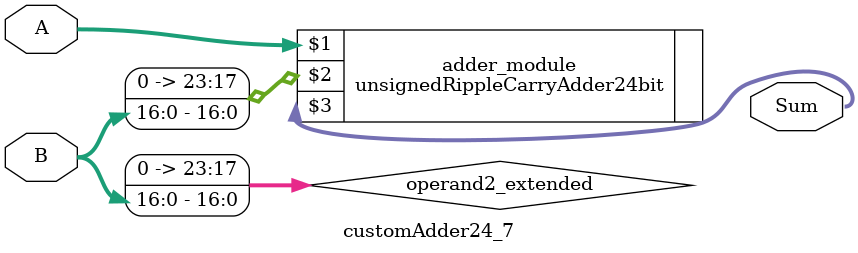
<source format=v>

module customAdder24_7(
                    input [23 : 0] A,
                    input [16 : 0] B,
                    
                    output [24 : 0] Sum
            );

    wire [23 : 0] operand2_extended;
    
    assign operand2_extended =  {7'b0, B};
    
    unsignedRippleCarryAdder24bit adder_module(
        A,
        operand2_extended,
        Sum
    );
    
endmodule
        
</source>
